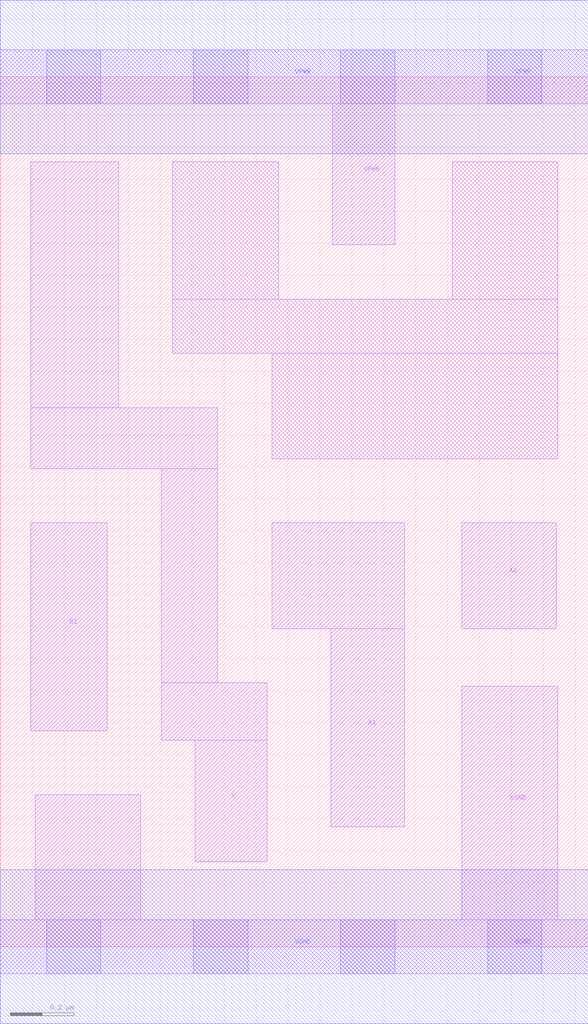
<source format=lef>
# Copyright 2020 The SkyWater PDK Authors
#
# Licensed under the Apache License, Version 2.0 (the "License");
# you may not use this file except in compliance with the License.
# You may obtain a copy of the License at
#
#     https://www.apache.org/licenses/LICENSE-2.0
#
# Unless required by applicable law or agreed to in writing, software
# distributed under the License is distributed on an "AS IS" BASIS,
# WITHOUT WARRANTIES OR CONDITIONS OF ANY KIND, either express or implied.
# See the License for the specific language governing permissions and
# limitations under the License.
#
# SPDX-License-Identifier: Apache-2.0

VERSION 5.7 ;
  NAMESCASESENSITIVE ON ;
  NOWIREEXTENSIONATPIN ON ;
  DIVIDERCHAR "/" ;
  BUSBITCHARS "[]" ;
UNITS
  DATABASE MICRONS 200 ;
END UNITS
MACRO sky130_fd_sc_hd__a21oi_1
  CLASS CORE ;
  SOURCE USER ;
  FOREIGN sky130_fd_sc_hd__a21oi_1 ;
  ORIGIN  0.000000  0.000000 ;
  SIZE  1.840000 BY  2.720000 ;
  SYMMETRY X Y R90 ;
  SITE unithd ;
  PIN A1
    ANTENNAGATEAREA  0.247500 ;
    DIRECTION INPUT ;
    USE SIGNAL ;
    PORT
      LAYER li1 ;
        RECT 0.850000 0.995000 1.265000 1.325000 ;
        RECT 1.035000 0.375000 1.265000 0.995000 ;
    END
  END A1
  PIN A2
    ANTENNAGATEAREA  0.247500 ;
    DIRECTION INPUT ;
    USE SIGNAL ;
    PORT
      LAYER li1 ;
        RECT 1.445000 0.995000 1.740000 1.325000 ;
    END
  END A2
  PIN B1
    ANTENNAGATEAREA  0.247500 ;
    DIRECTION INPUT ;
    USE SIGNAL ;
    PORT
      LAYER li1 ;
        RECT 0.095000 0.675000 0.335000 1.325000 ;
    END
  END B1
  PIN Y
    ANTENNADIFFAREA  0.447000 ;
    DIRECTION OUTPUT ;
    USE SIGNAL ;
    PORT
      LAYER li1 ;
        RECT 0.095000 1.495000 0.680000 1.685000 ;
        RECT 0.095000 1.685000 0.370000 2.455000 ;
        RECT 0.505000 0.645000 0.835000 0.825000 ;
        RECT 0.505000 0.825000 0.680000 1.495000 ;
        RECT 0.610000 0.265000 0.835000 0.645000 ;
    END
  END Y
  PIN VGND
    DIRECTION INOUT ;
    SHAPE ABUTMENT ;
    USE GROUND ;
    PORT
      LAYER li1 ;
        RECT 0.000000 -0.085000 1.840000 0.085000 ;
        RECT 0.110000  0.085000 0.440000 0.475000 ;
        RECT 1.445000  0.085000 1.745000 0.815000 ;
      LAYER mcon ;
        RECT 0.145000 -0.085000 0.315000 0.085000 ;
        RECT 0.605000 -0.085000 0.775000 0.085000 ;
        RECT 1.065000 -0.085000 1.235000 0.085000 ;
        RECT 1.525000 -0.085000 1.695000 0.085000 ;
      LAYER met1 ;
        RECT 0.000000 -0.240000 1.840000 0.240000 ;
    END
  END VGND
  PIN VPWR
    DIRECTION INOUT ;
    SHAPE ABUTMENT ;
    USE POWER ;
    PORT
      LAYER li1 ;
        RECT 0.000000 2.635000 1.840000 2.805000 ;
        RECT 1.040000 2.195000 1.235000 2.635000 ;
      LAYER mcon ;
        RECT 0.145000 2.635000 0.315000 2.805000 ;
        RECT 0.605000 2.635000 0.775000 2.805000 ;
        RECT 1.065000 2.635000 1.235000 2.805000 ;
        RECT 1.525000 2.635000 1.695000 2.805000 ;
      LAYER met1 ;
        RECT 0.000000 2.480000 1.840000 2.960000 ;
    END
  END VPWR
  OBS
    LAYER li1 ;
      RECT 0.540000 1.855000 1.745000 2.025000 ;
      RECT 0.540000 2.025000 0.870000 2.455000 ;
      RECT 0.850000 1.525000 1.745000 1.855000 ;
      RECT 1.415000 2.025000 1.745000 2.455000 ;
  END
END sky130_fd_sc_hd__a21oi_1
END LIBRARY

</source>
